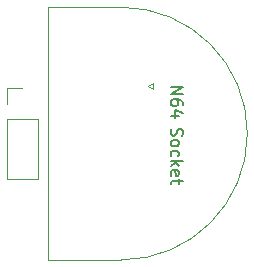
<source format=gbr>
%TF.GenerationSoftware,KiCad,Pcbnew,(7.0.0-0)*%
%TF.CreationDate,2023-05-15T11:59:22-04:00*%
%TF.ProjectId,4dapter-N64Board-KiCad,34646170-7465-4722-9d4e-3634426f6172,rev?*%
%TF.SameCoordinates,Original*%
%TF.FileFunction,Legend,Top*%
%TF.FilePolarity,Positive*%
%FSLAX46Y46*%
G04 Gerber Fmt 4.6, Leading zero omitted, Abs format (unit mm)*
G04 Created by KiCad (PCBNEW (7.0.0-0)) date 2023-05-15 11:59:22*
%MOMM*%
%LPD*%
G01*
G04 APERTURE LIST*
%ADD10C,0.150000*%
%ADD11C,0.120000*%
G04 APERTURE END LIST*
D10*
%TO.C,U3*%
X133172619Y-66095714D02*
X134172619Y-66095714D01*
X134172619Y-66095714D02*
X133172619Y-66667142D01*
X133172619Y-66667142D02*
X134172619Y-66667142D01*
X134172619Y-67571904D02*
X134172619Y-67381428D01*
X134172619Y-67381428D02*
X134125000Y-67286190D01*
X134125000Y-67286190D02*
X134077380Y-67238571D01*
X134077380Y-67238571D02*
X133934523Y-67143333D01*
X133934523Y-67143333D02*
X133744047Y-67095714D01*
X133744047Y-67095714D02*
X133363095Y-67095714D01*
X133363095Y-67095714D02*
X133267857Y-67143333D01*
X133267857Y-67143333D02*
X133220238Y-67190952D01*
X133220238Y-67190952D02*
X133172619Y-67286190D01*
X133172619Y-67286190D02*
X133172619Y-67476666D01*
X133172619Y-67476666D02*
X133220238Y-67571904D01*
X133220238Y-67571904D02*
X133267857Y-67619523D01*
X133267857Y-67619523D02*
X133363095Y-67667142D01*
X133363095Y-67667142D02*
X133601190Y-67667142D01*
X133601190Y-67667142D02*
X133696428Y-67619523D01*
X133696428Y-67619523D02*
X133744047Y-67571904D01*
X133744047Y-67571904D02*
X133791666Y-67476666D01*
X133791666Y-67476666D02*
X133791666Y-67286190D01*
X133791666Y-67286190D02*
X133744047Y-67190952D01*
X133744047Y-67190952D02*
X133696428Y-67143333D01*
X133696428Y-67143333D02*
X133601190Y-67095714D01*
X133839285Y-68524285D02*
X133172619Y-68524285D01*
X134220238Y-68286190D02*
X133505952Y-68048095D01*
X133505952Y-68048095D02*
X133505952Y-68667142D01*
X133220238Y-69600476D02*
X133172619Y-69743333D01*
X133172619Y-69743333D02*
X133172619Y-69981428D01*
X133172619Y-69981428D02*
X133220238Y-70076666D01*
X133220238Y-70076666D02*
X133267857Y-70124285D01*
X133267857Y-70124285D02*
X133363095Y-70171904D01*
X133363095Y-70171904D02*
X133458333Y-70171904D01*
X133458333Y-70171904D02*
X133553571Y-70124285D01*
X133553571Y-70124285D02*
X133601190Y-70076666D01*
X133601190Y-70076666D02*
X133648809Y-69981428D01*
X133648809Y-69981428D02*
X133696428Y-69790952D01*
X133696428Y-69790952D02*
X133744047Y-69695714D01*
X133744047Y-69695714D02*
X133791666Y-69648095D01*
X133791666Y-69648095D02*
X133886904Y-69600476D01*
X133886904Y-69600476D02*
X133982142Y-69600476D01*
X133982142Y-69600476D02*
X134077380Y-69648095D01*
X134077380Y-69648095D02*
X134125000Y-69695714D01*
X134125000Y-69695714D02*
X134172619Y-69790952D01*
X134172619Y-69790952D02*
X134172619Y-70029047D01*
X134172619Y-70029047D02*
X134125000Y-70171904D01*
X133172619Y-70743333D02*
X133220238Y-70648095D01*
X133220238Y-70648095D02*
X133267857Y-70600476D01*
X133267857Y-70600476D02*
X133363095Y-70552857D01*
X133363095Y-70552857D02*
X133648809Y-70552857D01*
X133648809Y-70552857D02*
X133744047Y-70600476D01*
X133744047Y-70600476D02*
X133791666Y-70648095D01*
X133791666Y-70648095D02*
X133839285Y-70743333D01*
X133839285Y-70743333D02*
X133839285Y-70886190D01*
X133839285Y-70886190D02*
X133791666Y-70981428D01*
X133791666Y-70981428D02*
X133744047Y-71029047D01*
X133744047Y-71029047D02*
X133648809Y-71076666D01*
X133648809Y-71076666D02*
X133363095Y-71076666D01*
X133363095Y-71076666D02*
X133267857Y-71029047D01*
X133267857Y-71029047D02*
X133220238Y-70981428D01*
X133220238Y-70981428D02*
X133172619Y-70886190D01*
X133172619Y-70886190D02*
X133172619Y-70743333D01*
X133220238Y-71933809D02*
X133172619Y-71838571D01*
X133172619Y-71838571D02*
X133172619Y-71648095D01*
X133172619Y-71648095D02*
X133220238Y-71552857D01*
X133220238Y-71552857D02*
X133267857Y-71505238D01*
X133267857Y-71505238D02*
X133363095Y-71457619D01*
X133363095Y-71457619D02*
X133648809Y-71457619D01*
X133648809Y-71457619D02*
X133744047Y-71505238D01*
X133744047Y-71505238D02*
X133791666Y-71552857D01*
X133791666Y-71552857D02*
X133839285Y-71648095D01*
X133839285Y-71648095D02*
X133839285Y-71838571D01*
X133839285Y-71838571D02*
X133791666Y-71933809D01*
X133172619Y-72362381D02*
X134172619Y-72362381D01*
X133553571Y-72457619D02*
X133172619Y-72743333D01*
X133839285Y-72743333D02*
X133458333Y-72362381D01*
X133220238Y-73552857D02*
X133172619Y-73457619D01*
X133172619Y-73457619D02*
X133172619Y-73267143D01*
X133172619Y-73267143D02*
X133220238Y-73171905D01*
X133220238Y-73171905D02*
X133315476Y-73124286D01*
X133315476Y-73124286D02*
X133696428Y-73124286D01*
X133696428Y-73124286D02*
X133791666Y-73171905D01*
X133791666Y-73171905D02*
X133839285Y-73267143D01*
X133839285Y-73267143D02*
X133839285Y-73457619D01*
X133839285Y-73457619D02*
X133791666Y-73552857D01*
X133791666Y-73552857D02*
X133696428Y-73600476D01*
X133696428Y-73600476D02*
X133601190Y-73600476D01*
X133601190Y-73600476D02*
X133505952Y-73124286D01*
X133839285Y-73886191D02*
X133839285Y-74267143D01*
X134172619Y-74029048D02*
X133315476Y-74029048D01*
X133315476Y-74029048D02*
X133220238Y-74076667D01*
X133220238Y-74076667D02*
X133172619Y-74171905D01*
X133172619Y-74171905D02*
X133172619Y-74267143D01*
D11*
X128950000Y-59300000D02*
X122750000Y-59300000D01*
X122750000Y-59300000D02*
X122750000Y-80700000D01*
X131648813Y-65693000D02*
X131648813Y-66193000D01*
X131215800Y-65943000D02*
X131648813Y-65693000D01*
X131648813Y-66193000D02*
X131215800Y-65943000D01*
X128950000Y-80700000D02*
X122750000Y-80700000D01*
X128950000Y-80700000D02*
G75*
G03*
X128950000Y-59300000I0J10700000D01*
G01*
%TO.C,REF\u002A\u002A*%
X119277500Y-66145000D02*
X120607500Y-66145000D01*
X119277500Y-67475000D02*
X119277500Y-66145000D01*
X119277500Y-68745000D02*
X119277500Y-73885000D01*
X119277500Y-68745000D02*
X121937500Y-68745000D01*
X119277500Y-73885000D02*
X121937500Y-73885000D01*
X121937500Y-68745000D02*
X121937500Y-73885000D01*
%TD*%
M02*

</source>
